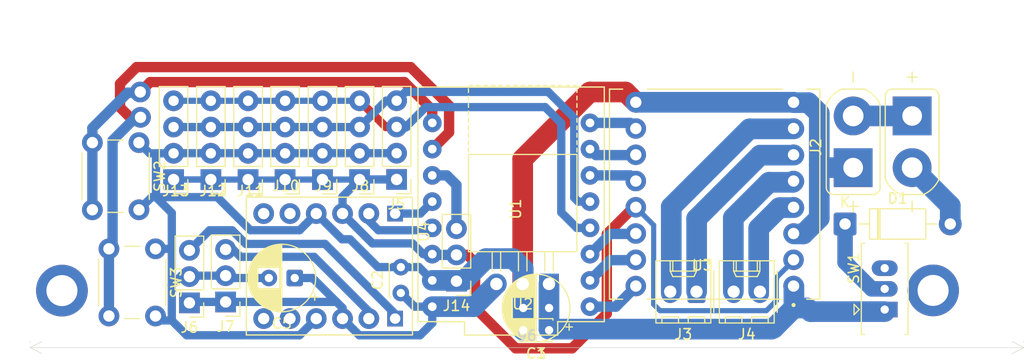
<source format=kicad_pcb>
(kicad_pcb (version 20241229) (generator "pcbnew") (generator_version "9.0")
  (layers (0 "F.Cu" signal) (2 "B.Cu" signal) (13 "F.Paste" user) (15 "B.Paste" user) (5 "F.SilkS" user "F.Silkscreen") (7 "B.SilkS" user "B.Silkscreen") (1 "F.Mask" user) (3 "B.Mask" user) (25 "Edge.Cuts" user))
  (net 0 "")
  (net 1 "Net-(J1-PadP)")
  (net 2 "GND")
  (net 3 "+5V")
  (net 4 "Net-(D1-A)")
  (net 5 "Net-(D1-K)")
  (net 6 "INB1")
  (net 7 "Net-(J3-Pin_1)")
  (net 8 "Net-(J3-Pin_2)")
  (net 9 "Net-(J4-Pin_1)")
  (net 10 "Net-(J4-Pin_2)")
  (net 11 "+3.3V")
  (net 12 "SDA")
  (net 13 "SCL")
  (net 15 "PWMB")
  (net 16 "INA1")
  (net 17 "INA2")
  (net 18 "INB2")
  (net 19 "QTR_DER")
  (net 20 "QTR_IZQ")
  (net 21 "PWMA")
  (net 22 "Net-(J6-Pin_3)")
  (net 23 "Net-(J7-Pin_3)")
  (net 24 "Net-(U1-GPIO0)")
  (net 29 "VMOT")
  (net 30 "Net-(J14-Pin_3)")
  (net 31 "Net-(U1-GPIO1)")
  (footprint "Capacitor_THT:C_Disc_D3.0mm_W2.0mm_P2.50mm" (layer "F.Cu") (at 180.2 107.7 90)
    (property "Reference" "C2" (at 1.25 -2.25 90) (layer "F.SilkS"))
    (property "Value" ".1uf")
    (pad "1" thru_hole circle (at 0 0 90) (size 1.6 1.6) (drill 0.8) (layers "*.Cu" "*.Mask") (net 3 "+5V"))
    (pad "2" thru_hole circle (at 2.5 0 90) (size 1.6 1.6) (drill 0.8) (layers "*.Cu" "*.Mask") (net 2 "GND"))
  )
  (footprint "ROB-14450:MODULE_ROB-14450" (layer "F.Cu") (at 210.523 98.136654 180)
    (property "Reference" "U3" (at 1.19 -6.88 0) (layer "F.SilkS"))
    (property "Value" "TB6612 FNG")
    (pad "1" thru_hole circle (at -7.62 -8.89 180) (size 1.98 1.98) (drill 1.1) (layers "*.Cu" "*.Mask") (net 29 "VMOT"))
    (pad "2" thru_hole circle (at -7.62 -6.35 180) (size 1.98 1.98) (drill 1.1) (layers "*.Cu" "*.Mask") (net 11 "+3.3V"))
    (pad "3" thru_hole circle (at -7.62 -3.81 180) (size 1.98 1.98) (drill 1.1) (layers "*.Cu" "*.Mask") (net 2 "GND"))
    (pad "4" thru_hole circle (at -7.62 -1.27 180) (size 1.98 1.98) (drill 1.1) (layers "*.Cu" "*.Mask") (net 9 "Net-(J4-Pin_1)"))
    (pad "5" thru_hole circle (at -7.62 1.27 180) (size 1.98 1.98) (drill 1.1) (layers "*.Cu" "*.Mask") (net 10 "Net-(J4-Pin_2)"))
    (pad "6" thru_hole circle (at -7.62 3.81 180) (size 1.98 1.98) (drill 1.1) (layers "*.Cu" "*.Mask") (net 7 "Net-(J3-Pin_1)"))
    (pad "7" thru_hole circle (at -7.62 6.35 180) (size 1.98 1.98) (drill 1.1) (layers "*.Cu" "*.Mask") (net 8 "Net-(J3-Pin_2)"))
    (pad "8" thru_hole circle (at -7.62 8.89 180) (size 1.98 1.98) (drill 1.1) (layers "*.Cu" "*.Mask") (net 2 "GND"))
    (pad "9" thru_hole circle (at 7.62 8.89 180) (size 1.98 1.98) (drill 1.1) (layers "*.Cu" "*.Mask") (net 2 "GND"))
    (pad "10" thru_hole circle (at 7.62 6.35 180) (size 1.98 1.98) (drill 1.1) (layers "*.Cu" "*.Mask") (net 15 "PWMB"))
    (pad "11" thru_hole circle (at 7.62 3.81 180) (size 1.98 1.98) (drill 1.1) (layers "*.Cu" "*.Mask") (net 18 "INB2"))
    (pad "12" thru_hole circle (at 7.62 1.27 180) (size 1.98 1.98) (drill 1.1) (layers "*.Cu" "*.Mask") (net 6 "INB1"))
    (pad "13" thru_hole circle (at 7.62 -1.27 180) (size 1.98 1.98) (drill 1.1) (layers "*.Cu" "*.Mask") (net 11 "+3.3V"))
    (pad "14" thru_hole circle (at 7.62 -3.81 180) (size 1.98 1.98) (drill 1.1) (layers "*.Cu" "*.Mask") (net 16 "INA1"))
    (pad "15" thru_hole circle (at 7.62 -6.35 180) (size 1.98 1.98) (drill 1.1) (layers "*.Cu" "*.Mask") (net 17 "INA2"))
    (pad "16" thru_hole circle (at 7.62 -8.89 180) (size 1.98 1.98) (drill 1.1) (layers "*.Cu" "*.Mask") (net 21 "PWMA"))
  )
  (footprint "Connector_PinHeader_2.54mm:PinHeader_1x04_P2.54mm_Vertical" (layer "F.Cu") (at 172.63 96.725 180)
    (property "Reference" "J9" (at -0.075 -0.611 0) (layer "F.SilkS"))
    (property "Value" "Conn_01x04_Pin")
    (pad "1" thru_hole rect (at 0 0 180) (size 2 2) (drill 1.1) (layers "*.Cu" "*.Mask") (net 11 "+3.3V"))
    (pad "2" thru_hole circle (at 0 2.54 180) (size 2 2) (drill 1) (layers "*.Cu" "*.Mask") (net 2 "GND"))
    (pad "3" thru_hole circle (at 0 5.08 180) (size 2 2) (drill 1) (layers "*.Cu" "*.Mask") (net 13 "SCL"))
    (pad "4" thru_hole circle (at 0 7.62 180) (size 2 2) (drill 1) (layers "*.Cu" "*.Mask") (net 12 "SDA"))
  )
  (footprint "XT30UPB-M:AMASS_XT30UPB-M" (layer "F.Cu") (at 223.903 93.071654 90)
    (property "Reference" "J2" (at -0.51 -3.600071 90) (layer "F.SilkS"))
    (property "Value" "XT30UPB-M")
    (pad "N" thru_hole circle (at 2.5 0 90) (size 3.75 3.75) (drill 2) (layers "*.Cu" "*.Mask") (net 1 "Net-(J1-PadP)"))
    (pad "P" thru_hole rect (at -2.5 0 90) (size 3.75 3.75) (drill 1.9) (layers "*.Cu" "*.Mask") (net 2 "GND"))
  )
  (footprint "Capacitor_THT:CP_Radial_D6.3mm_P2.50mm" (layer "F.Cu") (at 169.95 106.25 180)
    (property "Reference" "C5" (at 1.25 -4.4 0) (layer "F.SilkS"))
    (property "Value" "220uf / 25v")
    (pad "1" thru_hole roundrect (at 0 0 180) (size 1.6 1.6) (drill 0.8) (layers "*.Cu" "*.Mask") (roundrect_rratio 0.15625) (net 3 "+5V"))
    (pad "2" thru_hole circle (at 2.5 0 180) (size 1.6 1.6) (drill 0.8) (layers "*.Cu" "*.Mask") (net 2 "GND"))
  )
  (footprint "Connector_PinHeader_2.54mm:PinHeader_1x03_P2.54mm_Vertical" (layer "F.Cu") (at 163.275 108.565 180)
    (property "Reference" "J7" (at 0 -2.38 0) (layer "F.SilkS"))
    (property "Value" "Conn_01x03_Pin")
    (pad "1" thru_hole rect (at 0 0 180) (size 2 2) (drill 1.1) (layers "*.Cu" "*.Mask") (net 3 "+5V"))
    (pad "2" thru_hole circle (at 0 2.54 180) (size 2 2) (drill 1.1) (layers "*.Cu" "*.Mask") (net 2 "GND"))
    (pad "3" thru_hole circle (at 0 5.08 180) (size 2 2) (drill 1.1) (layers "*.Cu" "*.Mask") (net 23 "Net-(J7-Pin_3)"))
  )
  (footprint "Diode_THT:D_DO-41_SOD81_P10.16mm_Horizontal" (layer "F.Cu") (at 223.123 101.021654)
    (property "Reference" "D1" (at 5.08 -2.47 0) (layer "F.SilkS"))
    (property "Value" "1N4007")
    (fp_text user "K" (at 0 -2.1 0) (layer "F.SilkS"))
    (pad "1" thru_hole roundrect (at 0 0) (size 2.2 2.2) (drill 1.1) (layers "*.Cu" "*.Mask") (roundrect_rratio 0.113636) (net 5 "Net-(D1-K)"))
    (pad "2" thru_hole circle (at 10.16 0) (size 2.2 2.2) (drill 1.1) (layers "*.Cu" "*.Mask") (net 4 "Net-(D1-A)"))
  )
  (footprint "Connector_PinHeader_2.54mm:PinHeader_1x04_P2.54mm_Vertical" (layer "F.Cu") (at 169.02 96.725 180)
    (property "Reference" "J10" (at -0.075 -0.611 0) (layer "F.SilkS"))
    (property "Value" "Conn_01x04_Pin")
    (pad "1" thru_hole rect (at 0 0 180) (size 2 2) (drill 1.1) (layers "*.Cu" "*.Mask") (net 11 "+3.3V"))
    (pad "2" thru_hole circle (at 0 2.54 180) (size 2 2) (drill 1) (layers "*.Cu" "*.Mask") (net 2 "GND"))
    (pad "3" thru_hole circle (at 0 5.08 180) (size 2 2) (drill 1) (layers "*.Cu" "*.Mask") (net 13 "SCL"))
    (pad "4" thru_hole circle (at 0 7.62 180) (size 2 2) (drill 1) (layers "*.Cu" "*.Mask") (net 12 "SDA"))
  )
  (footprint "Connector_Molex:Molex_KK-254_AE-6410-02A_1x02_P2.54mm_Vertical" (layer "F.Cu") (at 214.893 107.571654 180)
    (property "Reference" "J4" (at 1.27 -4.12 0) (layer "F.SilkS"))
    (property "Value" "Conn_01x02_Pin")
    (pad "1" thru_hole oval (at 0 0 180) (size 1.74 2.19) (drill 1.19) (layers "*.Cu" "*.Mask") (net 9 "Net-(J4-Pin_1)"))
    (pad "2" thru_hole oval (at 2.54 0 180) (size 1.74 2.19) (drill 1.19) (layers "*.Cu" "*.Mask") (net 10 "Net-(J4-Pin_2)"))
  )
  (footprint "Connector_PinHeader_2.54mm:PinHeader_1x04_P2.54mm_Vertical" (layer "F.Cu") (at 165.445 96.725 180)
    (property "Reference" "J11" (at -0.225 -1.101 0) (layer "F.SilkS"))
    (property "Value" "Conn_01x04_Pin")
    (pad "1" thru_hole rect (at 0 0 180) (size 2 2) (drill 1.1) (layers "*.Cu" "*.Mask") (net 11 "+3.3V"))
    (pad "2" thru_hole circle (at 0 2.54 180) (size 2 2) (drill 1) (layers "*.Cu" "*.Mask") (net 2 "GND"))
    (pad "3" thru_hole circle (at 0 5.08 180) (size 2 2) (drill 1) (layers "*.Cu" "*.Mask") (net 13 "SCL"))
    (pad "4" thru_hole circle (at 0 7.62 180) (size 2 2) (drill 1) (layers "*.Cu" "*.Mask") (net 12 "SDA"))
  )
  (footprint "XT30UPB-M:AMASS_XT30UPB-M" (layer "F.Cu") (at 229.603 93.071654 -90)
    (property "Reference" "J1" (hide yes))
    (property "Value" "XT30UPB-M")
    (pad "N" thru_hole circle (at 2.5 0 270) (size 3.75 3.75) (drill 2) (layers "*.Cu" "*.Mask") (net 4 "Net-(D1-A)"))
    (pad "P" thru_hole rect (at -2.5 0 270) (size 3.75 3.75) (drill 1.9) (layers "*.Cu" "*.Mask") (net 1 "Net-(J1-PadP)"))
  )
  (footprint "Connector_PinHeader_2.54mm:PinHeader_1x03_P2.54mm_Vertical" (layer "F.Cu") (at 159.775 108.655 180)
    (property "Reference" "J6" (at 0 -2.38 0) (layer "F.SilkS"))
    (property "Value" "Conn_01x03_Pin")
    (pad "1" thru_hole rect (at 0 0 180) (size 2 2) (drill 1.1) (layers "*.Cu" "*.Mask") (net 3 "+5V"))
    (pad "2" thru_hole circle (at 0 2.54 180) (size 2 2) (drill 1.1) (layers "*.Cu" "*.Mask") (net 2 "GND"))
    (pad "3" thru_hole circle (at 0 5.08 180) (size 2 2) (drill 1.1) (layers "*.Cu" "*.Mask") (net 22 "Net-(J6-Pin_3)"))
  )
  (footprint "Button_Switch_THT:SW_PUSH_6mm_H4.3mm" (layer "F.Cu") (at 154.9 93.15 -90)
    (property "Reference" "SW2" (at 3.25 -2 90) (layer "F.SilkS"))
    (property "Value" "SW_Push")
    (pad "1" thru_hole circle (at 0 0) (size 2 2) (drill 1.1) (layers "*.Cu" "*.Mask") (net 2 "GND"))
    (pad "1" thru_hole circle (at 6.5 0) (size 2 2) (drill 1.1) (layers "*.Cu" "*.Mask") (net 2 "GND"))
    (pad "2" thru_hole circle (at 0 4.5) (size 2 2) (drill 1.1) (layers "*.Cu" "*.Mask") (net 24 "Net-(U1-GPIO0)"))
    (pad "2" thru_hole circle (at 6.5 4.5) (size 2 2) (drill 1.1) (layers "*.Cu" "*.Mask") (net 24 "Net-(U1-GPIO0)"))
  )
  (footprint "Connector_PinHeader_2.54mm:PinHeader_1x04_P2.54mm_Vertical" (layer "F.Cu") (at 179.795 96.715 180)
    (property "Reference" "J5" (at 0 -2.38 0) (layer "F.SilkS"))
    (property "Value" "Conn_01x04_Pin")
    (pad "1" thru_hole rect (at 0 0 180) (size 2 2) (drill 1.1) (layers "*.Cu" "*.Mask") (net 11 "+3.3V"))
    (pad "2" thru_hole circle (at 0 2.54 180) (size 2 2) (drill 1) (layers "*.Cu" "*.Mask") (net 2 "GND"))
    (pad "3" thru_hole circle (at 0 5.08 180) (size 2 2) (drill 1) (layers "*.Cu" "*.Mask") (net 12 "SDA"))
    (pad "4" thru_hole circle (at 0 7.62 180) (size 2 2) (drill 1) (layers "*.Cu" "*.Mask") (net 13 "SCL"))
  )
  (footprint "Connector_Molex:Molex_KK-254_AE-6410-02A_1x02_P2.54mm_Vertical" (layer "F.Cu") (at 208.768 107.571654 180)
    (property "Reference" "J3" (at 1.27 -4.12 0) (layer "F.SilkS"))
    (property "Value" "Conn_01x02_Pin")
    (pad "1" thru_hole roundrect (at 0 0 180) (size 1.74 2.19) (drill 1.19) (layers "*.Cu" "*.Mask") (roundrect_rratio 0.143678) (net 7 "Net-(J3-Pin_1)"))
    (pad "2" thru_hole oval (at 2.54 0 180) (size 1.74 2.19) (drill 1.19) (layers "*.Cu" "*.Mask") (net 8 "Net-(J3-Pin_2)"))
  )
  (footprint "Button_Switch_THT:SW_Slide_SPDT_Straight_CK_OS102011MS2Q" (layer "F.Cu") (at 226.95 109.3 90)
    (property "Reference" "SW1" (at 3.99 -2.99 90) (layer "F.SilkS"))
    (property "Value" "SW_SPDT")
    (pad "1" thru_hole rect (at 0 0 90) (size 1.5 2.5) (drill 0.8) (layers "*.Cu" "*.Mask") (net 29 "VMOT"))
    (pad "2" thru_hole oval (at 2 0 90) (size 1.5 2.5) (drill 0.8) (layers "*.Cu" "*.Mask") (net 5 "Net-(D1-K)"))
    (pad "3" thru_hole oval (at 4 0 90) (size 1.5 2.5) (drill 0.8) (layers "*.Cu" "*.Mask"))
  )
  (footprint "Connector_PinHeader_2.54mm:PinHeader_1x04_P2.54mm_Vertical" (layer "F.Cu") (at 176.22 96.725 180)
    (property "Reference" "J8" (at -0.075 -0.611 0) (layer "F.SilkS"))
    (property "Value" "Conn_01x04_Pin")
    (pad "1" thru_hole rect (at 0 0 180) (size 2 2) (drill 1.1) (layers "*.Cu" "*.Mask") (net 11 "+3.3V"))
    (pad "2" thru_hole circle (at 0 2.54 180) (size 2 2) (drill 1) (layers "*.Cu" "*.Mask") (net 2 "GND"))
    (pad "3" thru_hole circle (at 0 5.08 180) (size 2 2) (drill 1) (layers "*.Cu" "*.Mask") (net 13 "SCL"))
    (pad "4" thru_hole circle (at 0 7.62 180) (size 2 2) (drill 1) (layers "*.Cu" "*.Mask") (net 12 "SDA"))
  )
  (footprint "Capacitor_THT:C_Disc_D3.0mm_W2.0mm_P2.50mm" (layer "F.Cu") (at 194.525 111.3 180)
    (property "Reference" "C1" (at 1.25 -2.25 0) (layer "F.SilkS"))
    (property "Value" ".33uf")
    (pad "1" thru_hole circle (at 0 0 180) (size 1.6 1.6) (drill 0.8) (layers "*.Cu" "*.Mask") (net 29 "VMOT"))
    (pad "2" thru_hole circle (at 2.5 0 180) (size 1.6 1.6) (drill 0.8) (layers "*.Cu" "*.Mask") (net 2 "GND"))
  )
  (footprint "ESP32-C3_SUPERMINI_TH:MODULE_ESP32-C3_SUPERMINI_TH" (layer "F.Cu") (at 190.858 99.121654 180)
    (property "Reference" "U1" (at -0.445 -0.455 90) (layer "F.SilkS"))
    (property "Value" "ESP32-C3_SUPERMINI_TH")
    (pad "0" thru_hole circle (at 7.62 7.88 180) (size 1.8 1.8) (drill 0.84) (layers "*.Cu" "*.Mask") (net 24 "Net-(U1-GPIO0)"))
    (pad "1" thru_hole circle (at 7.62 5.34 180) (size 1.8 1.8) (drill 0.84) (layers "*.Cu" "*.Mask") (net 31 "Net-(U1-GPIO1)"))
    (pad "2" thru_hole circle (at 7.62 2.8 180) (size 1.8 1.8) (drill 0.84) (layers "*.Cu" "*.Mask") (net 30 "Net-(J14-Pin_3)"))
    (pad "3" thru_hole circle (at 7.62 0.26 180) (size 1.8 1.8) (drill 0.84) (layers "*.Cu" "*.Mask") (net 19 "QTR_DER"))
    (pad "3.3" thru_hole circle (at 7.62 -4.82 180) (size 1.8 1.8) (drill 0.84) (layers "*.Cu" "*.Mask") (net 11 "+3.3V"))
    (pad "4" thru_hole circle (at 7.62 -2.28 180) (size 1.8 1.8) (drill 0.84) (layers "*.Cu" "*.Mask") (net 20 "QTR_IZQ"))
    (pad "5" thru_hole circle (at -7.62 -9.9 180) (size 1.8 1.8) (drill 0.84) (layers "*.Cu" "*.Mask") (net 21 "PWMA"))
    (pad "5V" thru_hole circle (at 7.62 -9.9 180) (size 1.8 1.8) (drill 0.84) (layers "*.Cu" "*.Mask") (net 3 "+5V"))
    (pad "6" thru_hole circle (at -7.62 -7.36 180) (size 1.8 1.8) (drill 0.84) (layers "*.Cu" "*.Mask") (net 17 "INA2"))
    (pad "7" thru_hole circle (at -7.62 -4.82 180) (size 1.8 1.8) (drill 0.84) (layers "*.Cu" "*.Mask") (net 16 "INA1"))
    (pad "8" thru_hole circle (at -7.62 -2.28 180) (size 1.8 1.8) (drill 0.84) (layers "*.Cu" "*.Mask") (net 12 "SDA"))
    (pad "9" thru_hole circle (at -7.62 0.26 180) (size 1.8 1.8) (drill 0.84) (layers "*.Cu" "*.Mask") (net 13 "SCL"))
    (pad "10" thru_hole circle (at -7.62 2.8 180) (size 1.8 1.8) (drill 0.84) (layers "*.Cu" "*.Mask") (net 6 "INB1"))
    (pad "20" thru_hole circle (at -7.62 5.34 180) (size 1.8 1.8) (drill 0.84) (layers "*.Cu" "*.Mask") (net 18 "INB2"))
    (pad "21" thru_hole circle (at -7.62 7.88 180) (size 1.8 1.8) (drill 0.84) (layers "*.Cu" "*.Mask") (net 15 "PWMB"))
    (pad "G" thru_hole circle (at 7.62 -7.36 180) (size 1.8 1.8) (drill 0.84) (layers "*.Cu" "*.Mask") (net 2 "GND"))
  )
  (footprint "Connector_PinHeader_2.54mm:PinHeader_1x04_P2.54mm_Vertical" (layer "F.Cu") (at 158.245 96.725 180)
    (property "Reference" "J13" (at -0.225 -1.101 0) (layer "F.SilkS"))
    (property "Value" "Conn_01x04_Pin")
    (pad "1" thru_hole rect (at 0 0 180) (size 2 2) (drill 1.1) (layers "*.Cu" "*.Mask") (net 11 "+3.3V"))
    (pad "2" thru_hole circle (at 0 2.54 180) (size 2 2) (drill 1) (layers "*.Cu" "*.Mask") (net 2 "GND"))
    (pad "3" thru_hole circle (at 0 5.08 180) (size 2 2) (drill 1) (layers "*.Cu" "*.Mask") (net 13 "SCL"))
    (pad "4" thru_hole circle (at 0 7.62 180) (size 2 2) (drill 1) (layers "*.Cu" "*.Mask") (net 12 "SDA"))
  )
  (footprint "BOB-12009:CONV_BOB-12009" (layer "F.Cu") (at 173.3 105.095 -90)
    (property "Reference" "U4" (at -3.325 -9.135 90) (layer "F.SilkS"))
    (property "Value" "BOB-12009")
    (pad "GND_1" thru_hole circle (at 5.08 1.27 270) (size 2 2) (drill 1.1) (layers "*.Cu" "*.Mask") (net 2 "GND"))
    (pad "GND_2" thru_hole circle (at -5.08 1.27 270) (size 2 2) (drill 1.1) (layers "*.Cu" "*.Mask") (net 2 "GND"))
    (pad "HV" thru_hole circle (at 5.08 -1.27 270) (size 2 2) (drill 1.1) (layers "*.Cu" "*.Mask") (net 3 "+5V"))
    (pad "HV1" thru_hole rect (at 5.08 -6.35 270) (size 1.524 1.524) (drill 1.016) (layers "*.Cu" "*.Mask") (net 22 "Net-(J6-Pin_3)"))
    (pad "HV2" thru_hole circle (at 5.08 -3.81 270) (size 2 2) (drill 1.1) (layers "*.Cu" "*.Mask") (net 23 "Net-(J7-Pin_3)"))
    (pad "HV3" thru_hole circle (at 5.08 3.81 270) (size 2 2) (drill 1.1) (layers "*.Cu" "*.Mask"))
    (pad "HV4" thru_hole circle (at 5.08 6.35 270) (size 2 2) (drill 1.1) (layers "*.Cu" "*.Mask"))
    (pad "LV" thru_hole circle (at -5.08 -1.27 270) (size 2 2) (drill 1.1) (layers "*.Cu" "*.Mask") (net 11 "+3.3V"))
    (pad "LV1" thru_hole rect (at -5.08 -6.35 270) (size 1.524 1.524) (drill 1.016) (layers "*.Cu" "*.Mask") (net 19 "QTR_DER"))
    (pad "LV2" thru_hole circle (at -5.08 -3.81 270) (size 2 2) (drill 1.1) (layers "*.Cu" "*.Mask") (net 20 "QTR_IZQ"))
    (pad "LV3" thru_hole circle (at -5.08 3.81 270) (size 2 2) (drill 1.1) (layers "*.Cu" "*.Mask"))
    (pad "LV4" thru_hole circle (at -5.08 6.35 270) (size 2 2) (drill 1.1) (layers "*.Cu" "*.Mask"))
  )
  (footprint "Connector_PinHeader_2.54mm:PinHeader_1x04_P2.54mm_Vertical" (layer "F.Cu") (at 161.845 96.725 180)
    (property "Reference" "J12" (at -0.225 -1.101 0) (layer "F.SilkS"))
    (property "Value" "Conn_01x04_Pin")
    (pad "1" thru_hole rect (at 0 0 180) (size 2 2) (drill 1.1) (layers "*.Cu" "*.Mask") (net 11 "+3.3V"))
    (pad "2" thru_hole circle (at 0 2.54 180) (size 2 2) (drill 1) (layers "*.Cu" "*.Mask") (net 2 "GND"))
    (pad "3" thru_hole circle (at 0 5.08 180) (size 2 2) (drill 1) (layers "*.Cu" "*.Mask") (net 13 "SCL"))
    (pad "4" thru_hole circle (at 0 7.62 180) (size 2 2) (drill 1) (layers "*.Cu" "*.Mask") (net 12 "SDA"))
  )
  (footprint "Capacitor_THT:CP_Radial_D6.3mm_P2.50mm" (layer "F.Cu") (at 194.525 109.15 180)
    (property "Reference" "C3" (at 1.25 -4.4 0) (layer "F.SilkS"))
    (property "Value" "220uf / 25v")
    (pad "1" thru_hole roundrect (at 0 0 180) (size 1.6 1.6) (drill 0.8) (layers "*.Cu" "*.Mask") (roundrect_rratio 0.15625) (net 29 "VMOT"))
    (pad "2" thru_hole circle (at 2.5 0 180) (size 1.6 1.6) (drill 0.8) (layers "*.Cu" "*.Mask") (net 2 "GND"))
  )
  (footprint "Connector_PinHeader_2.54mm:PinHeader_1x03_P2.54mm_Vertical" (layer "F.Cu") (at 185.575 106.555 180)
    (property "Reference" "J14" (at 0 -2.38 0) (layer "F.SilkS"))
    (property "Value" "Conn_01x03_Pin")
    (pad "1" thru_hole rect (at 0 0 180) (size 2 2) (drill 1.1) (layers "*.Cu" "*.Mask") (net 2 "GND"))
    (pad "2" thru_hole circle (at 0 2.54 180) (size 2 2) (drill 1.1) (layers "*.Cu" "*.Mask") (net 11 "+3.3V"))
    (pad "3" thru_hole circle (at 0 5.08 180) (size 2 2) (drill 1.1) (layers "*.Cu" "*.Mask") (net 30 "Net-(J14-Pin_3)"))
  )
  (footprint "Button_Switch_THT:SW_PUSH_6mm_H4.3mm" (layer "F.Cu") (at 156.5 103.425 -90)
    (property "Reference" "SW3" (at 3.25 -2 90) (layer "F.SilkS"))
    (property "Value" "SW_Push")
    (pad "1" thru_hole circle (at 0 0) (size 2 2) (drill 1.1) (layers "*.Cu" "*.Mask") (net 2 "GND"))
    (pad "1" thru_hole circle (at 6.5 0) (size 2 2) (drill 1.1) (layers "*.Cu" "*.Mask") (net 2 "GND"))
    (pad "2" thru_hole circle (at 0 4.5) (size 2 2) (drill 1.1) (layers "*.Cu" "*.Mask") (net 31 "Net-(U1-GPIO1)"))
    (pad "2" thru_hole circle (at 6.5 4.5) (size 2 2) (drill 1.1) (layers "*.Cu" "*.Mask") (net 31 "Net-(U1-GPIO1)"))
  )
  (footprint "Package_TO_SOT_THT:TO-220F-3_Horizontal_TabUp" (layer "F.Cu") (at 194.515 106.825 180)
    (property "Reference" "U2" (at 2.54 -1.95 0) (layer "F.SilkS"))
    (property "Value" "L7805")
    (pad "1" thru_hole rect (at 0 0 180) (size 1.905 2) (drill 1.2) (layers "*.Cu" "*.Mask") (net 29 "VMOT"))
    (pad "2" thru_hole oval (at 2.54 0 180) (size 1.905 2) (drill 1.2) (layers "*.Cu" "*.Mask") (net 2 "GND"))
    (pad "3" thru_hole oval (at 5.08 0 180) (size 1.905 2) (drill 1.2) (layers "*.Cu" "*.Mask") (net 3 "+5V"))
  )
  (dimension (type aligned) (layer "Edge.Cuts") (pts (xy 144.3875 112.979891) (xy 240.3875 112.979891)) (height 0) (format (prefix "") (suffix "") (units 3) (units_format 0) (precision 4) (suppress_zeroes yes)) (style (thickness 0.05) (arrow_length 1.27) (text_position_mode 0) (arrow_direction outward) (extension_height 0.58642) (extension_offset 0.5) (keep_text_aligned yes)) (gr_text "96" (at 192.3875 111.829891 0) (layer "Edge.Cuts") (effects (font (size 1 1) (thickness 0.15)))))
  (via (at 231.625 107.45) (size 5) (drill 3) (layers "F.Cu" "B.Cu") (net 0))
  (via (at 147.460036 107.468574) (size 5) (drill 3) (layers "F.Cu" "B.Cu") (net 0))
  (segment (start 229.603 90.571654) (end 223.903 90.571654) (width 2) (layer "B.Cu") (net 1))
  (segment (start 191.975 94.73945) (end 191.975 106.825) (width 2) (layer "F.Cu") (net 2))
  (segment (start 198.457796 88.256654) (end 191.975 94.73945) (width 2) (layer "F.Cu") (net 2))
  (segment (start 202.903 89.246654) (end 201.913 88.256654) (width 2) (layer "F.Cu") (net 2))
  (segment (start 201.913 88.256654) (end 198.457796 88.256654) (width 2) (layer "F.Cu") (net 2))
  (segment (start 159.003 106.025) (end 163.275 106.025) (width 0.8) (layer "B.Cu") (net 2))
  (segment (start 155.935 94.185) (end 154.9 93.15) (width 0.8) (layer "B.Cu") (net 2))
  (segment (start 219.578071 89.281654) (end 220.629 90.332583) (width 2) (layer "B.Cu") (net 2))
  (segment (start 179.795 94.175) (end 158.255 94.175) (width 0.8) (layer "B.Cu") (net 2))
  (segment (start 219.097166 101.988725) (end 218.185071 101.988725) (width 2) (layer "B.Cu") (net 2))
  (segment (start 156.544 98.426) (end 156.124 98.426) (width 0.8) (layer "B.Cu") (net 2))
  (segment (start 170.417 111.788) (end 159.506 111.788) (width 0.8) (layer "B.Cu") (net 2))
  (segment (start 220.629 90.332583) (end 220.629 95.306654) (width 2) (layer "B.Cu") (net 2))
  (segment (start 170.417 101.628) (end 165.672182 101.628) (width 0.8) (layer "B.Cu") (net 2))
  (segment (start 158.074 106.954) (end 159.003 106.025) (width 0.8) (layer "B.Cu") (net 2))
  (segment (start 176.215 94.18) (end 176.22 94.185) (width 0.6) (layer "B.Cu") (net 2))
  (segment (start 158.074 99.956) (end 158.074 103.35) (width 0.8) (layer "B.Cu") (net 2))
  (segment (start 163.5 106.25) (end 163.275 106.025) (width 0.8) (layer "B.Cu") (net 2))
  (segment (start 157.999 103.425) (end 156.5 103.425) (width 0.8) (layer "B.Cu") (net 2))
  (segment (start 156.544 98.426) (end 156.544 94.406) (width 0.8) (layer "B.Cu") (net 2))
  (segment (start 186.312108 106.481654) (end 183.238 106.481654) (width 2) (layer "B.Cu") (net 2))
  (segment (start 158.074 103.35) (end 158.074 106.954) (width 0.8) (layer "B.Cu") (net 2))
  (segment (start 156.544 94.406) (end 156.765 94.185) (width 0.8) (layer "B.Cu") (net 2))
  (segment (start 156.765 94.185) (end 155.935 94.185) (width 0.8) (layer "B.Cu") (net 2))
  (segment (start 172.03 110.175) (end 170.417 111.788) (width 0.8) (layer "B.Cu") (net 2))
  (segment (start 218.178 89.281654) (end 219.578071 89.281654) (width 2) (layer "B.Cu") (net 2))
  (segment (start 192.025 111.3) (end 192.025 105.35) (width 2) (layer "B.Cu") (net 2))
  (segment (start 158.074 110.356) (end 158.074 106.954) (width 0.8) (layer "B.Cu") (net 2))
  (segment (start 177.978472 105.192654) (end 181.949 105.192654) (width 0.8) (layer "B.Cu") (net 2))
  (segment (start 202.903 89.246654) (end 218.143 89.246654) (width 2) (layer "B.Cu") (net 2))
  (segment (start 172.03 100.015) (end 170.417 101.628) (width 0.8) (layer "B.Cu") (net 2))
  (segment (start 167.45 106.25) (end 163.5 106.25) (width 0.8) (layer "B.Cu") (net 2))
  (segment (start 156.544 98.426) (end 158.074 99.956) (width 0.8) (layer "B.Cu") (net 2))
  (segment (start 188.419762 104.374) (end 186.312108 106.481654) (width 2) (layer "B.Cu") (net 2))
  (segment (start 158.074 110.356) (end 156.931 110.356) (width 0.8) (layer "B.Cu") (net 2))
  (segment (start 192.025 105.35) (end 191.049 104.374) (width 2) (layer "B.Cu") (net 2))
  (segment (start 220.629 95.306654) (end 220.629 100.456891) (width 2) (layer "B.Cu") (net 2))
  (segment (start 162.470182 98.426) (end 156.544 98.426) (width 0.8) (layer "B.Cu") (net 2))
  (segment (start 223.903 95.571654) (end 220.894 95.571654) (width 2) (layer "B.Cu") (net 2))
  (segment (start 181.949 105.192654) (end 183.238 106.481654) (width 0.8) (layer "B.Cu") (net 2))
  (segment (start 172.03 100.015) (end 174.515 102.5) (width 0.8) (layer "B.Cu") (net 2))
  (segment (start 159.506 111.788) (end 158.074 110.356) (width 0.8) (layer "B.Cu") (net 2))
  (segment (start 156.765 94.185) (end 158.245 94.185) (width 0.8) (layer "B.Cu") (net 2))
  (segment (start 220.629 100.456891) (end 219.097166 101.988725) (width 2) (layer "B.Cu") (net 2))
  (segment (start 156.124 98.426) (end 154.9 99.65) (width 0.8) (layer "B.Cu") (net 2))
  (segment (start 174.515 102.5) (end 175.285818 102.5) (width 0.8) (layer "B.Cu") (net 2))
  (segment (start 220.894 95.571654) (end 220.629 95.306654) (width 2) (layer "B.Cu") (net 2))
  (segment (start 156.931 110.356) (end 156.5 109.925) (width 0.8) (layer "B.Cu") (net 2))
  (segment (start 165.672182 101.628) (end 162.470182 98.426) (width 0.8) (layer "B.Cu") (net 2))
  (segment (start 175.285818 102.5) (end 177.978472 105.192654) (width 0.8) (layer "B.Cu") (net 2))
  (segment (start 191.049 104.374) (end 188.419762 104.374) (width 2) (layer "B.Cu") (net 2))
  (segment (start 158.074 103.35) (end 157.999 103.425) (width 0.8) (layer "B.Cu") (net 2))
  (segment (start 158.255 94.175) (end 158.245 94.185) (width 0.8) (layer "B.Cu") (net 2))
  (segment (start 176.183 111.788) (end 182.062 111.788) (width 0.8) (layer "B.Cu") (net 3))
  (segment (start 174.57 109.145) (end 174.57 110.175) (width 0.8) (layer "B.Cu") (net 3))
  (segment (start 169.95 106.25) (end 171.675 106.25) (width 0.8) (layer "B.Cu") (net 3))
  (segment (start 163.275 108.565) (end 159.865 108.565) (width 0.8) (layer "B.Cu") (net 3))
  (segment (start 174.57 110.175) (end 176.183 111.788) (width 0.8) (layer "B.Cu") (net 3))
  (segment (start 181.521654 109.021654) (end 180.2 107.7) (width 0.8) (layer "B.Cu") (net 3))
  (segment (start 163.278 108.562) (end 173.987 108.562) (width 0.8) (layer "B.Cu") (net 3))
  (segment (start 189.435 106.825) (end 187.238346 109.021654) (width 2) (layer "B.Cu") (net 3))
  (segment (start 173.987 108.562) (end 174.57 109.145) (width 0.8) (layer "B.Cu") (net 3))
  (segment (start 159.865 108.565) (end 159.775 108.655) (width 0.8) (layer "B.Cu") (net 3))
  (segment (start 163.275 108.565) (end 163.278 108.562) (width 0.8) (layer "B.Cu") (net 3))
  (segment (start 183.238 110.612) (end 183.238 109.021654) (width 0.8) (layer "B.Cu") (net 3))
  (segment (start 183.238 109.021654) (end 181.521654 109.021654) (width 0.8) (layer "B.Cu") (net 3))
  (segment (start 182.062 111.788) (end 183.238 110.612) (width 0.8) (layer "B.Cu") (net 3))
  (segment (start 187.238346 109.021654) (end 183.238 109.021654) (width 2) (layer "B.Cu") (net 3))
  (segment (start 171.675 106.25) (end 173.987 108.562) (width 0.8) (layer "B.Cu") (net 3))
  (segment (start 233.283 99.251654) (end 229.603 95.571654) (width 2) (layer "B.Cu") (net 4))
  (segment (start 233.283 101.021654) (end 233.283 99.251654) (width 2) (layer "B.Cu") (net 4))
  (segment (start 223.123 104.732131) (end 223.123 101.021654) (width 1.5) (layer "B.Cu") (net 5))
  (segment (start 226.95 107.3) (end 225.690869 107.3) (width 1.5) (layer "B.Cu") (net 5))
  (segment (start 225.690869 107.3) (end 223.123 104.732131) (width 1.5) (layer "B.Cu") (net 5))
  (segment (start 202.358 96.321654) (end 202.938 96.901654) (width 1) (layer "B.Cu") (net 6))
  (segment (start 198.478 96.321654) (end 202.358 96.321654) (width 1) (layer "B.Cu") (net 6))
  (segment (start 218.178 94.361654) (end 214.925455 94.361654) (width 2) (layer "B.Cu") (net 7))
  (segment (start 208.78 100.507109) (end 208.78 107.559654) (width 2) (layer "B.Cu") (net 7))
  (segment (start 214.925455 94.361654) (end 208.78 100.507109) (width 2) (layer "B.Cu") (net 7))
  (segment (start 213.878 91.821654) (end 206.329 99.370654) (width 2) (layer "B.Cu") (net 8))
  (segment (start 218.178 91.821654) (end 213.878 91.821654) (width 2) (layer "B.Cu") (net 8))
  (segment (start 206.329 99.370654) (end 206.329 107.571654) (width 2) (layer "B.Cu") (net 8))
  (segment (start 218.178 99.441654) (end 216.777929 99.441654) (width 2) (layer "B.Cu") (net 9))
  (segment (start 216.777929 99.441654) (end 214.776 101.443583) (width 2) (layer "B.Cu") (net 9))
  (segment (start 214.776 101.443583) (end 214.776 107.571654) (width 2) (layer "B.Cu") (net 9))
  (segment (start 215.762691 96.990654) (end 212.325 100.428346) (width 2) (layer "B.Cu") (net 10))
  (segment (start 218.089 96.990654) (end 215.762691 96.990654) (width 2) (layer "B.Cu") (net 10))
  (segment (start 218.178 96.901654) (end 218.089 96.990654) (width 2) (layer "B.Cu") (net 10))
  (segment (start 212.325 100.428346) (end 212.325 107.571654) (width 2) (layer "B.Cu") (net 10))
  (segment (start 202.903 99.406654) (end 202.698011 99.406654) (width 1) (layer "F.Cu") (net 11))
  (segment (start 200.103 109.694752) (end 196.746752 113.051) (width 1) (layer "F.Cu") (net 11))
  (segment (start 186.637 104.015) (end 185.575 104.015) (width 1) (layer "F.Cu") (net 11))
  (segment (start 200.103 102.001665) (end 200.103 109.694752) (width 1) (layer "F.Cu") (net 11))
  (segment (start 202.698011 99.406654) (end 200.103 102.001665) (width 1) (layer "F.Cu") (net 11))
  (segment (start 191.299712 113.051) (end 187.376 109.127288) (width 1) (layer "F.Cu") (net 11))
  (segment (start 187.376 104.754) (end 186.637 104.015) (width 1) (layer "F.Cu") (net 11))
  (segment (start 196.746752 113.051) (end 191.299712 113.051) (width 1) (layer "F.Cu") (net 11))
  (segment (start 187.376 109.127288) (end 187.376 104.754) (width 1) (layer "F.Cu") (net 11))
  (segment (start 158.25 96.72) (end 160.77 96.72) (width 0.6) (layer "B.Cu") (net 11))
  (segment (start 216.503 106.196654) (end 216.503 106.331077) (width 0.5) (layer "B.Cu") (net 11))
  (segment (start 177.455 102.9) (end 174.57 100.015) (width 0.8) (layer "B.Cu") (net 11))
  (segment (start 183.311346 104.015) (end 183.238 103.941654) (width 1) (layer "B.Cu") (net 11))
  (segment (start 204.628 101.131654) (end 202.938 99.441654) (width 0.5) (layer "B.Cu") (net 11))
  (segment (start 204.628 108.796654) (end 204.628 101.131654) (width 0.5) (layer "B.Cu") (net 11))
  (segment (start 181.325 102.9) (end 177.455 102.9) (width 0.8) (layer "B.Cu") (net 11))
  (segment (start 176.23 96.715) (end 176.22 96.725) (width 0.8) (layer "B.Cu") (net 11))
  (segment (start 216.503 106.331077) (end 216.477 106.357077) (width 0.5) (layer "B.Cu") (net 11))
  (segment (start 216.477 106.357077) (end 216.477 108.447654) (width 0.5) (layer "B.Cu") (net 11))
  (segment (start 183.238 103.941654) (end 182.366654 103.941654) (width 0.8) (layer "B.Cu") (net 11))
  (segment (start 174.57 100.015) (end 174.57 98.375) (width 0.8) (layer "B.Cu") (net 11))
  (segment (start 158.245 96.725) (end 158.25 96.72) (width 0.6) (layer "B.Cu") (net 11))
  (segment (start 215.514713 109.409941) (end 205.241287 109.409941) (width 0.5) (layer "B.Cu") (net 11))
  (segment (start 176.22 96.725) (end 158.245 96.725) (width 0.6) (layer "B.Cu") (net 11))
  (segment (start 216.477 108.447654) (end 215.514713 109.409941) (width 0.5) (layer "B.Cu") (net 11))
  (segment (start 218.178 104.521654) (end 216.503 106.196654) (width 0.5) (layer "B.Cu") (net 11))
  (segment (start 185.575 104.015) (end 183.311346 104.015) (width 1) (layer "B.Cu") (net 11))
  (segment (start 174.57 98.375) (end 176.22 96.725) (width 0.8) (layer "B.Cu") (net 11))
  (segment (start 179.795 96.715) (end 176.23 96.715) (width 0.8) (layer "B.Cu") (net 11))
  (segment (start 182.366654 103.941654) (end 181.325 102.9) (width 0.8) (layer "B.Cu") (net 11))
  (segment (start 205.241287 109.409941) (end 204.628 108.796654) (width 0.5) (layer "B.Cu") (net 11))
  (segment (start 178.75 91.635) (end 176.22 89.105) (width 0.8) (layer "F.Cu") (net 12))
  (segment (start 179.795 91.635) (end 178.75 91.635) (width 0.8) (layer "F.Cu") (net 12))
  (segment (start 194.147472 89.716654) (end 195.702 91.271182) (width 0.8) (layer "B.Cu") (net 12))
  (segment (start 195.702 99.902) (end 197.201654 101.401654) (width 0.8) (layer "B.Cu") (net 12))
  (segment (start 195.702 91.271182) (end 195.702 99.902) (width 0.8) (layer "B.Cu") (net 12))
  (segment (start 179.795 91.635) (end 180.798324 91.635) (width 0.8) (layer "B.Cu") (net 12))
  (segment (start 197.201654 101.401654) (end 198.478 101.401654) (width 0.8) (layer "B.Cu") (net 12))
  (segment (start 180.581324 91.741654) (end 182.606324 89.716654) (width 0.8) (layer "B.Cu") (net 12))
  (segment (start 182.606324 89.716654) (end 194.147472 89.716654) (width 0.8) (layer "B.Cu") (net 12))
  (segment (start 176.22 89.105) (end 158.245 89.105) (width 0.6) (layer "B.Cu") (net 12))
  (segment (start 179.795 89.095) (end 178.77 89.095) (width 0.8) (layer "B.Cu") (net 13))
  (segment (start 180.645 88.245) (end 194.444999 88.245) (width 0.8) (layer "B.Cu") (net 13))
  (segment (start 194.444999 88.245) (end 196.953 90.753) (width 0.8) (layer "B.Cu") (net 13))
  (segment (start 197.336654 98.861654) (end 198.478 98.861654) (width 0.8) (layer "B.Cu") (net 13))
  (segment (start 176.22 91.645) (end 158.245 91.645) (width 0.8) (layer "B.Cu") (net 13))
  (segment (start 196.953 98.478) (end 197.336654 98.861654) (width 0.8) (layer "B.Cu") (net 13))
  (segment (start 178.77 89.095) (end 176.22 91.645) (width 0.8) (layer "B.Cu") (net 13))
  (segment (start 179.795 89.095) (end 180.645 88.245) (width 0.8) (layer "B.Cu") (net 13))
  (segment (start 196.953 90.753) (end 196.953 98.478) (width 0.8) (layer "B.Cu") (net 13))
  (segment (start 198.478 91.241654) (end 202.358 91.241654) (width 1) (layer "B.Cu") (net 15))
  (segment (start 202.358 91.241654) (end 202.938 91.821654) (width 1) (layer "B.Cu") (net 15))
  (segment (start 200.438 101.981654) (end 202.938 101.981654) (width 1) (layer "B.Cu") (net 16))
  (segment (start 198.478 103.941654) (end 200.438 101.981654) (width 1) (layer "B.Cu") (net 16))
  (segment (start 200.438 104.521654) (end 202.938 104.521654) (width 1) (layer "B.Cu") (net 17))
  (segment (start 198.478 106.481654) (end 200.438 104.521654) (width 1) (layer "B.Cu") (net 17))
  (segment (start 199.058 94.361654) (end 198.478 93.781654) (width 1) (layer "B.Cu") (net 18))
  (segment (start 202.938 94.361654) (end 199.058 94.361654) (width 1) (layer "B.Cu") (net 18))
  (segment (start 179.65 100.015) (end 182.084654 100.015) (width 0.8) (layer "B.Cu") (net 19))
  (segment (start 182.084654 100.015) (end 183.238 98.861654) (width 0.8) (layer "B.Cu") (net 19))
  (segment (start 178.037 101.628) (end 183.011654 101.628) (width 0.8) (layer "B.Cu") (net 20))
  (segment (start 177.11 100.015) (end 177.11 100.701) (width 0.8) (layer "B.Cu") (net 20))
  (segment (start 177.11 100.701) (end 178.037 101.628) (width 0.8) (layer "B.Cu") (net 20))
  (segment (start 183.011654 101.628) (end 183.238 101.401654) (width 0.8) (layer "B.Cu") (net 20))
  (segment (start 200.978 109.021654) (end 202.938 107.061654) (width 1) (layer "B.Cu") (net 21))
  (segment (start 198.478 109.021654) (end 200.978 109.021654) (width 1) (layer "B.Cu") (net 21))
  (segment (start 165.225 102.95) (end 163.903 101.628) (width 0.8) (layer "B.Cu") (net 22))
  (segment (start 179.65 109.725) (end 172.875 102.95) (width 0.8) (layer "B.Cu") (net 22))
  (segment (start 172.875 102.95) (end 165.225 102.95) (width 0.8) (layer "B.Cu") (net 22))
  (segment (start 179.65 110.175) (end 179.65 109.725) (width 0.8) (layer "B.Cu") (net 22))
  (segment (start 161.722 101.628) (end 159.775 103.575) (width 0.8) (layer "B.Cu") (net 22))
  (segment (start 163.903 101.628) (end 161.722 101.628) (width 0.8) (layer "B.Cu") (net 22))
  (segment (start 177.11 109.485) (end 177.11 110.175) (width 0.8) (layer "B.Cu") (net 23))
  (segment (start 171.826 104.201) (end 177.11 109.485) (width 0.8) (layer "B.Cu") (net 23))
  (segment (start 163.275 103.485) (end 163.990818 103.485) (width 0.8) (layer "B.Cu") (net 23))
  (segment (start 164.706819 104.201) (end 171.826 104.201) (width 0.8) (layer "B.Cu") (net 23))
  (segment (start 163.990818 103.485) (end 164.706819 104.201) (width 0.8) (layer "B.Cu") (net 23))
  (segment (start 183.238 89.991001) (end 183.238 91.241654) (width 1) (layer "F.Cu") (net 24))
  (segment (start 180.540999 87.294) (end 183.238 89.991001) (width 1) (layer "F.Cu") (net 24))
  (segment (start 155.024208 88.254933) (end 155.985141 87.294) (width 1) (layer "F.Cu") (net 24))
  (segment (start 155.985141 87.294) (end 180.540999 87.294) (width 1) (layer "F.Cu") (net 24))
  (via (at 155.024208 88.254933) (size 2) (drill 1.1) (layers "F.Cu" "B.Cu") (net 24))
  (segment (start 154.956407 88.322734) (end 153.813053 88.322734) (width 1) (layer "B.Cu") (net 24))
  (segment (start 155.024208 88.254933) (end 154.956407 88.322734) (width 1) (layer "B.Cu") (net 24))
  (segment (start 150.4 91.735787) (end 150.4 93.15) (width 1) (layer "B.Cu") (net 24))
  (segment (start 153.813053 88.322734) (end 150.4 91.735787) (width 1) (layer "B.Cu") (net 24))
  (segment (start 150.4 99.65) (end 150.4 93.15) (width 1) (layer "B.Cu") (net 24))
  (segment (start 219.452232 109.152232) (end 219.801 109.501) (width 2) (layer "B.Cu") (net 29))
  (segment (start 218.178 109.152232) (end 218.178 107.061654) (width 2) (layer "B.Cu") (net 29))
  (segment (start 194.515 111.195654) (end 216.004 111.195654) (width 2) (layer "B.Cu") (net 29))
  (segment (start 219.801 109.501) (end 226.95 109.501) (width 2) (layer "B.Cu") (net 29))
  (segment (start 216.219291 111.110941) (end 218.178 109.152232) (width 2) (layer "B.Cu") (net 29))
  (segment (start 216.004 111.195654) (end 216.088713 111.110941) (width 2) (layer "B.Cu") (net 29))
  (segment (start 218.178 109.152232) (end 219.452232 109.152232) (width 2) (layer "B.Cu") (net 29))
  (segment (start 216.088713 111.110941) (end 216.219291 111.110941) (width 2) (layer "B.Cu") (net 29))
  (segment (start 194.515 106.825) (end 194.515 111.195654) (width 2) (layer "B.Cu") (net 29))
  (segment (start 185.575 97.25) (end 184.646654 96.321654) (width 1) (layer "B.Cu") (net 30))
  (segment (start 184.646654 96.321654) (end 183.238 96.321654) (width 1) (layer "B.Cu") (net 30))
  (segment (start 185.575 101.475) (end 185.575 97.25) (width 1) (layer "B.Cu") (net 30))
  (segment (start 153.073208 89.747208) (end 154.030768 90.704768) (width 1) (layer "F.Cu") (net 31))
  (segment (start 184.863 89.563977) (end 181.142023 85.843) (width 1) (layer "F.Cu") (net 31))
  (segment (start 184.863 92.156654) (end 184.863 89.563977) (width 1) (layer "F.Cu") (net 31))
  (segment (start 181.142023 85.843) (end 154.67701 85.843) (width 1) (layer "F.Cu") (net 31))
  (segment (start 183.238 93.781654) (end 184.863 92.156654) (width 1) (layer "F.Cu") (net 31))
  (segment (start 154.67701 85.843) (end 153.073208 87.446802) (width 1) (layer "F.Cu") (net 31))
  (segment (start 153.073208 87.446802) (end 153.073208 89.747208) (width 1) (layer "F.Cu") (net 31))
  (segment (start 154.030768 90.704768) (end 155.052827 90.704768) (width 1) (layer "F.Cu") (net 31))
  (via (at 155.052827 90.704768) (size 2) (drill 1.1) (layers "F.Cu" "B.Cu") (net 31))
  (segment (start 154.586101 90.704768) (end 152.351 92.939869) (width 1) (layer "B.Cu") (net 31))
  (segment (start 152.351 103.074) (end 152 103.425) (width 1) (layer "B.Cu") (net 31))
  (segment (start 152.351 92.939869) (end 152.351 103.074) (width 1) (layer "B.Cu") (net 31))
  (segment (start 152 109.925) (end 152 103.425) (width 1) (layer "B.Cu") (net 31))
  (segment (start 155.052827 90.704768) (end 154.586101 90.704768) (width 1) (layer "B.Cu") (net 31))
)
</source>
